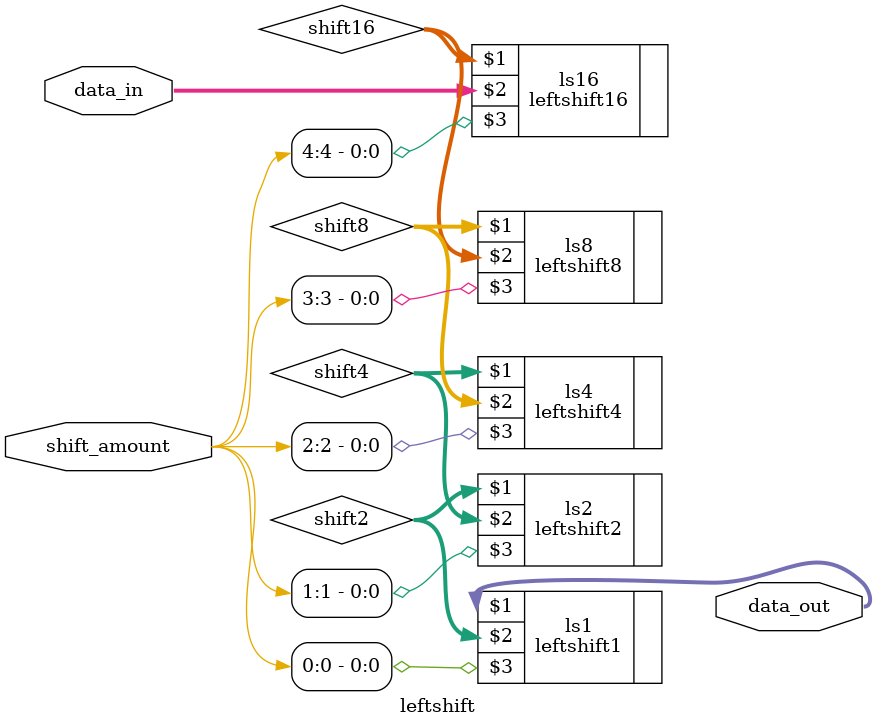
<source format=v>
module leftshift(data_out, data_in, shift_amount);
    input [31:0] data_in;
    input [4:0] shift_amount;

    output [31:0] data_out;

    wire [31:0] shift16, shift8, shift4, shift2;

    leftshift16 ls16(shift16, data_in, shift_amount[4]);
    
    leftshift8 ls8(shift8, shift16, shift_amount[3]);

    leftshift4 ls4(shift4, shift8, shift_amount[2]);

    leftshift2 ls2(shift2, shift4, shift_amount[1]);

    leftshift1 ls1(data_out, shift2, shift_amount[0]);

endmodule
</source>
